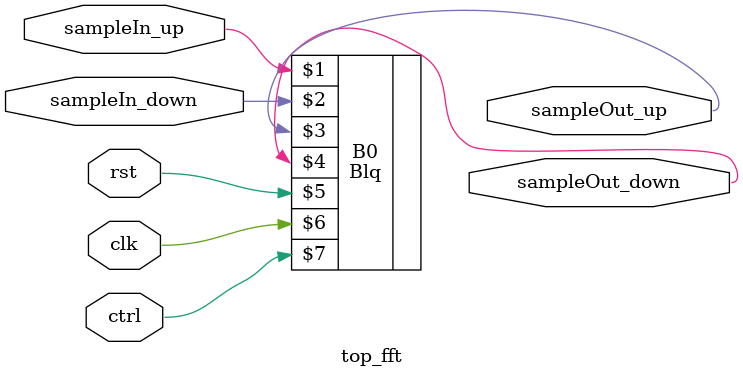
<source format=v>
`timescale 1ns / 1ps


module top_fft(
    input sampleIn_up,
    input sampleIn_down,
    output sampleOut_up,
    output sampleOut_down,
    input rst,
    input clk,
    input ctrl
    );
    
   
Blq B0(sampleIn_up,sampleIn_down,sampleOut_up,sampleOut_down,rst,clk,ctrl);


endmodule

           

</source>
